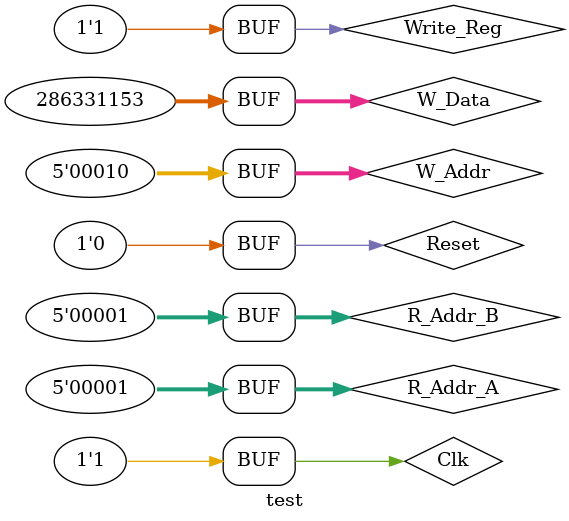
<source format=v>
`timescale 1ns / 1ps


module test;

	// Inputs
	reg [4:0] R_Addr_A;
	reg [4:0] R_Addr_B;
	reg Write_Reg;
	reg Reset;
	reg Clk;
	reg [4:0] W_Addr;
	reg [31:0] W_Data;

	// Outputs
	wire [31:0] R_Data_A;
	wire [31:0] R_Data_B;

	// Instantiate the Unit Under Test (UUT)
	Fourth_experiment_first uut (
		.R_Addr_A(R_Addr_A), 
		.R_Addr_B(R_Addr_B), 
		.Write_Reg(Write_Reg), 
		.R_Data_A(R_Data_A), 
		.R_Data_B(R_Data_B), 
		.Reset(Reset), 
		.Clk(Clk), 
		.W_Addr(W_Addr), 
		.W_Data(W_Data)
	);

	initial begin
		// Initialize Inputs
		R_Addr_A = 5'b00001;;
		R_Addr_B = 5'b00001;
		Write_Reg = 1;
		Reset = 0;
		Clk = 1;
		W_Addr = 5'b00001;
		W_Data = 32'h1111_1111;

		// Wait 100 ns for global reset to finish
		#100;
      R_Addr_A = 5'b00001;;
		R_Addr_B = 5'b00001;
		Write_Reg = 1;
		Reset = 0;
		Clk = 1;
		W_Addr = 5'b00010;
		W_Data = 32'h1111_1111;

		// Add stimulus here

	end
      
endmodule


</source>
